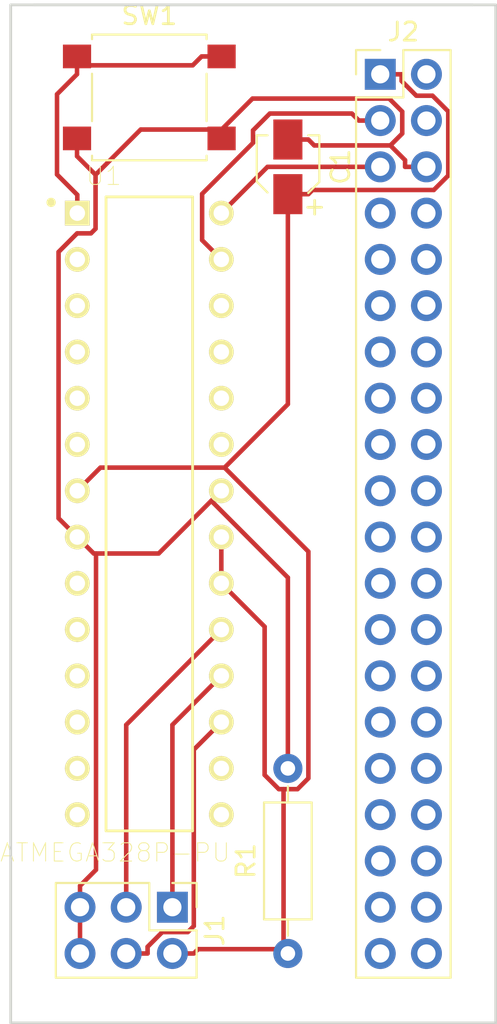
<source format=kicad_pcb>
(kicad_pcb (version 4) (host pcbnew 4.0.7)

  (general
    (links 21)
    (no_connects 0)
    (area 96.974127 80.885 124.151429 136.755)
    (thickness 1.6)
    (drawings 6)
    (tracks 91)
    (zones 0)
    (modules 6)
    (nets 62)
  )

  (page A4)
  (layers
    (0 F.Cu signal)
    (31 B.Cu signal)
    (32 B.Adhes user)
    (33 F.Adhes user)
    (34 B.Paste user)
    (35 F.Paste user)
    (36 B.SilkS user)
    (37 F.SilkS user)
    (38 B.Mask user)
    (39 F.Mask user)
    (40 Dwgs.User user)
    (41 Cmts.User user)
    (42 Eco1.User user)
    (43 Eco2.User user)
    (44 Edge.Cuts user)
    (45 Margin user)
    (46 B.CrtYd user)
    (47 F.CrtYd user)
    (48 B.Fab user)
    (49 F.Fab user)
  )

  (setup
    (last_trace_width 0.25)
    (trace_clearance 0.2)
    (zone_clearance 0.508)
    (zone_45_only no)
    (trace_min 0.2)
    (segment_width 0.2)
    (edge_width 0.15)
    (via_size 0.6)
    (via_drill 0.4)
    (via_min_size 0.4)
    (via_min_drill 0.3)
    (uvia_size 0.3)
    (uvia_drill 0.1)
    (uvias_allowed no)
    (uvia_min_size 0.2)
    (uvia_min_drill 0.1)
    (pcb_text_width 0.3)
    (pcb_text_size 1.5 1.5)
    (mod_edge_width 0.15)
    (mod_text_size 1 1)
    (mod_text_width 0.15)
    (pad_size 1.524 1.524)
    (pad_drill 0.762)
    (pad_to_mask_clearance 0.2)
    (aux_axis_origin 0 0)
    (visible_elements 7FFFFFFF)
    (pcbplotparams
      (layerselection 0x00030_80000001)
      (usegerberextensions false)
      (excludeedgelayer true)
      (linewidth 0.100000)
      (plotframeref false)
      (viasonmask false)
      (mode 1)
      (useauxorigin false)
      (hpglpennumber 1)
      (hpglpenspeed 20)
      (hpglpendiameter 15)
      (hpglpenoverlay 2)
      (psnegative false)
      (psa4output false)
      (plotreference true)
      (plotvalue true)
      (plotinvisibletext false)
      (padsonsilk false)
      (subtractmaskfromsilk false)
      (outputformat 1)
      (mirror false)
      (drillshape 1)
      (scaleselection 1)
      (outputdirectory ""))
  )

  (net 0 "")
  (net 1 GNDD)
  (net 2 +3V3)
  (net 3 "Net-(J1-Pad1)")
  (net 4 "Net-(J1-Pad3)")
  (net 5 "Net-(J1-Pad4)")
  (net 6 "Net-(SW1-Pad1)")
  (net 7 "Net-(U1-Pad2)")
  (net 8 "Net-(U1-Pad3)")
  (net 9 "Net-(U1-Pad4)")
  (net 10 "Net-(U1-Pad6)")
  (net 11 "Net-(U1-Pad5)")
  (net 12 "Net-(U1-Pad9)")
  (net 13 "Net-(U1-Pad10)")
  (net 14 "Net-(U1-Pad11)")
  (net 15 "Net-(U1-Pad12)")
  (net 16 "Net-(U1-Pad13)")
  (net 17 "Net-(U1-Pad14)")
  (net 18 "Net-(U1-Pad15)")
  (net 19 "Net-(U1-Pad16)")
  (net 20 "Net-(U1-Pad23)")
  (net 21 "Net-(U1-Pad24)")
  (net 22 "Net-(U1-Pad25)")
  (net 23 "Net-(U1-Pad26)")
  (net 24 "Net-(J2-Pad2)")
  (net 25 "Net-(J2-Pad3)")
  (net 26 "Net-(J2-Pad4)")
  (net 27 "Net-(J2-Pad5)")
  (net 28 "Net-(J2-Pad7)")
  (net 29 "Net-(J2-Pad8)")
  (net 30 "Net-(J2-Pad9)")
  (net 31 "Net-(J2-Pad10)")
  (net 32 "Net-(J2-Pad11)")
  (net 33 "Net-(J2-Pad12)")
  (net 34 "Net-(J2-Pad13)")
  (net 35 "Net-(J2-Pad14)")
  (net 36 "Net-(J2-Pad15)")
  (net 37 "Net-(J2-Pad16)")
  (net 38 "Net-(J2-Pad17)")
  (net 39 "Net-(J2-Pad18)")
  (net 40 "Net-(J2-Pad19)")
  (net 41 "Net-(J2-Pad20)")
  (net 42 "Net-(J2-Pad21)")
  (net 43 "Net-(J2-Pad22)")
  (net 44 "Net-(J2-Pad23)")
  (net 45 "Net-(J2-Pad24)")
  (net 46 "Net-(J2-Pad25)")
  (net 47 "Net-(J2-Pad26)")
  (net 48 "Net-(J2-Pad27)")
  (net 49 "Net-(J2-Pad28)")
  (net 50 "Net-(J2-Pad29)")
  (net 51 "Net-(J2-Pad30)")
  (net 52 "Net-(J2-Pad31)")
  (net 53 "Net-(J2-Pad32)")
  (net 54 "Net-(J2-Pad33)")
  (net 55 "Net-(J2-Pad34)")
  (net 56 "Net-(J2-Pad35)")
  (net 57 "Net-(J2-Pad36)")
  (net 58 "Net-(J2-Pad37)")
  (net 59 "Net-(J2-Pad38)")
  (net 60 "Net-(J2-Pad39)")
  (net 61 "Net-(J2-Pad40)")

  (net_class Default "This is the default net class."
    (clearance 0.2)
    (trace_width 0.25)
    (via_dia 0.6)
    (via_drill 0.4)
    (uvia_dia 0.3)
    (uvia_drill 0.1)
    (add_net +3V3)
    (add_net GNDD)
    (add_net "Net-(J1-Pad1)")
    (add_net "Net-(J1-Pad3)")
    (add_net "Net-(J1-Pad4)")
    (add_net "Net-(J2-Pad10)")
    (add_net "Net-(J2-Pad11)")
    (add_net "Net-(J2-Pad12)")
    (add_net "Net-(J2-Pad13)")
    (add_net "Net-(J2-Pad14)")
    (add_net "Net-(J2-Pad15)")
    (add_net "Net-(J2-Pad16)")
    (add_net "Net-(J2-Pad17)")
    (add_net "Net-(J2-Pad18)")
    (add_net "Net-(J2-Pad19)")
    (add_net "Net-(J2-Pad2)")
    (add_net "Net-(J2-Pad20)")
    (add_net "Net-(J2-Pad21)")
    (add_net "Net-(J2-Pad22)")
    (add_net "Net-(J2-Pad23)")
    (add_net "Net-(J2-Pad24)")
    (add_net "Net-(J2-Pad25)")
    (add_net "Net-(J2-Pad26)")
    (add_net "Net-(J2-Pad27)")
    (add_net "Net-(J2-Pad28)")
    (add_net "Net-(J2-Pad29)")
    (add_net "Net-(J2-Pad3)")
    (add_net "Net-(J2-Pad30)")
    (add_net "Net-(J2-Pad31)")
    (add_net "Net-(J2-Pad32)")
    (add_net "Net-(J2-Pad33)")
    (add_net "Net-(J2-Pad34)")
    (add_net "Net-(J2-Pad35)")
    (add_net "Net-(J2-Pad36)")
    (add_net "Net-(J2-Pad37)")
    (add_net "Net-(J2-Pad38)")
    (add_net "Net-(J2-Pad39)")
    (add_net "Net-(J2-Pad4)")
    (add_net "Net-(J2-Pad40)")
    (add_net "Net-(J2-Pad5)")
    (add_net "Net-(J2-Pad7)")
    (add_net "Net-(J2-Pad8)")
    (add_net "Net-(J2-Pad9)")
    (add_net "Net-(SW1-Pad1)")
    (add_net "Net-(U1-Pad10)")
    (add_net "Net-(U1-Pad11)")
    (add_net "Net-(U1-Pad12)")
    (add_net "Net-(U1-Pad13)")
    (add_net "Net-(U1-Pad14)")
    (add_net "Net-(U1-Pad15)")
    (add_net "Net-(U1-Pad16)")
    (add_net "Net-(U1-Pad2)")
    (add_net "Net-(U1-Pad23)")
    (add_net "Net-(U1-Pad24)")
    (add_net "Net-(U1-Pad25)")
    (add_net "Net-(U1-Pad26)")
    (add_net "Net-(U1-Pad3)")
    (add_net "Net-(U1-Pad4)")
    (add_net "Net-(U1-Pad5)")
    (add_net "Net-(U1-Pad6)")
    (add_net "Net-(U1-Pad9)")
  )

  (module Capacitors_SMD:CP_Elec_3x5.3 (layer F.Cu) (tedit 58AA85CF) (tstamp 5A97F2B0)
    (at 113.03 90.17 90)
    (descr "SMT capacitor, aluminium electrolytic, 3x5.3")
    (path /5A97F20D)
    (attr smd)
    (fp_text reference C1 (at 0 2.9 90) (layer F.SilkS)
      (effects (font (size 1 1) (thickness 0.15)))
    )
    (fp_text value 0.1u (at -0.03 -2.9 90) (layer F.Fab)
      (effects (font (size 1 1) (thickness 0.15)))
    )
    (fp_circle (center 0 0) (end 0.3 1.5) (layer F.Fab) (width 0.1))
    (fp_text user + (at -0.94 -0.08 90) (layer F.Fab)
      (effects (font (size 1 1) (thickness 0.15)))
    )
    (fp_text user + (at -2.22 1.4 90) (layer F.SilkS)
      (effects (font (size 1 1) (thickness 0.15)))
    )
    (fp_text user %R (at 0 2.9 90) (layer F.Fab)
      (effects (font (size 1 1) (thickness 0.15)))
    )
    (fp_line (start -1.56 -0.75) (end -1.56 0.77) (layer F.Fab) (width 0.1))
    (fp_line (start -0.75 -1.56) (end -1.56 -0.75) (layer F.Fab) (width 0.1))
    (fp_line (start -0.76 1.57) (end -1.56 0.77) (layer F.Fab) (width 0.1))
    (fp_line (start 1.57 1.57) (end 1.57 -1.56) (layer F.Fab) (width 0.1))
    (fp_line (start 1.56 1.57) (end -0.76 1.57) (layer F.Fab) (width 0.1))
    (fp_line (start 1.57 -1.56) (end -0.75 -1.56) (layer F.Fab) (width 0.1))
    (fp_line (start -0.83 1.73) (end -1.44 1.12) (layer F.SilkS) (width 0.12))
    (fp_line (start 1.73 1.73) (end 1.73 1.12) (layer F.SilkS) (width 0.12))
    (fp_line (start -0.81 -1.71) (end -1.41 -1.12) (layer F.SilkS) (width 0.12))
    (fp_line (start 1.73 -1.71) (end 1.73 -1.12) (layer F.SilkS) (width 0.12))
    (fp_line (start -0.83 1.73) (end 1.71 1.73) (layer F.SilkS) (width 0.12))
    (fp_line (start 1.73 -1.71) (end -0.81 -1.71) (layer F.SilkS) (width 0.12))
    (fp_line (start -2.85 -1.82) (end 2.85 -1.82) (layer F.CrtYd) (width 0.05))
    (fp_line (start -2.85 -1.82) (end -2.85 1.82) (layer F.CrtYd) (width 0.05))
    (fp_line (start 2.85 1.82) (end 2.85 -1.82) (layer F.CrtYd) (width 0.05))
    (fp_line (start 2.85 1.82) (end -2.85 1.82) (layer F.CrtYd) (width 0.05))
    (pad 2 smd rect (at 1.5 0 90) (size 2.2 1.6) (layers F.Cu F.Paste F.Mask)
      (net 1 GNDD))
    (pad 1 smd rect (at -1.5 0 90) (size 2.2 1.6) (layers F.Cu F.Paste F.Mask)
      (net 2 +3V3))
    (model Capacitors_SMD.3dshapes/CP_Elec_3x5.3.wrl
      (at (xyz 0 0 0))
      (scale (xyz 1 1 1))
      (rotate (xyz 0 0 180))
    )
  )

  (module Pin_Headers:Pin_Header_Straight_2x03_Pitch2.54mm (layer F.Cu) (tedit 59650532) (tstamp 5A97F2BA)
    (at 106.68 130.81 270)
    (descr "Through hole straight pin header, 2x03, 2.54mm pitch, double rows")
    (tags "Through hole pin header THT 2x03 2.54mm double row")
    (path /5A97EBC4)
    (fp_text reference J1 (at 1.27 -2.33 270) (layer F.SilkS)
      (effects (font (size 1 1) (thickness 0.15)))
    )
    (fp_text value "ISP header" (at 1.27 7.41 270) (layer F.Fab)
      (effects (font (size 1 1) (thickness 0.15)))
    )
    (fp_line (start 0 -1.27) (end 3.81 -1.27) (layer F.Fab) (width 0.1))
    (fp_line (start 3.81 -1.27) (end 3.81 6.35) (layer F.Fab) (width 0.1))
    (fp_line (start 3.81 6.35) (end -1.27 6.35) (layer F.Fab) (width 0.1))
    (fp_line (start -1.27 6.35) (end -1.27 0) (layer F.Fab) (width 0.1))
    (fp_line (start -1.27 0) (end 0 -1.27) (layer F.Fab) (width 0.1))
    (fp_line (start -1.33 6.41) (end 3.87 6.41) (layer F.SilkS) (width 0.12))
    (fp_line (start -1.33 1.27) (end -1.33 6.41) (layer F.SilkS) (width 0.12))
    (fp_line (start 3.87 -1.33) (end 3.87 6.41) (layer F.SilkS) (width 0.12))
    (fp_line (start -1.33 1.27) (end 1.27 1.27) (layer F.SilkS) (width 0.12))
    (fp_line (start 1.27 1.27) (end 1.27 -1.33) (layer F.SilkS) (width 0.12))
    (fp_line (start 1.27 -1.33) (end 3.87 -1.33) (layer F.SilkS) (width 0.12))
    (fp_line (start -1.33 0) (end -1.33 -1.33) (layer F.SilkS) (width 0.12))
    (fp_line (start -1.33 -1.33) (end 0 -1.33) (layer F.SilkS) (width 0.12))
    (fp_line (start -1.8 -1.8) (end -1.8 6.85) (layer F.CrtYd) (width 0.05))
    (fp_line (start -1.8 6.85) (end 4.35 6.85) (layer F.CrtYd) (width 0.05))
    (fp_line (start 4.35 6.85) (end 4.35 -1.8) (layer F.CrtYd) (width 0.05))
    (fp_line (start 4.35 -1.8) (end -1.8 -1.8) (layer F.CrtYd) (width 0.05))
    (fp_text user %R (at 1.27 2.54 360) (layer F.Fab)
      (effects (font (size 1 1) (thickness 0.15)))
    )
    (pad 1 thru_hole rect (at 0 0 270) (size 1.7 1.7) (drill 1) (layers *.Cu *.Mask)
      (net 3 "Net-(J1-Pad1)"))
    (pad 2 thru_hole oval (at 2.54 0 270) (size 1.7 1.7) (drill 1) (layers *.Cu *.Mask)
      (net 2 +3V3))
    (pad 3 thru_hole oval (at 0 2.54 270) (size 1.7 1.7) (drill 1) (layers *.Cu *.Mask)
      (net 4 "Net-(J1-Pad3)"))
    (pad 4 thru_hole oval (at 2.54 2.54 270) (size 1.7 1.7) (drill 1) (layers *.Cu *.Mask)
      (net 5 "Net-(J1-Pad4)"))
    (pad 5 thru_hole oval (at 0 5.08 270) (size 1.7 1.7) (drill 1) (layers *.Cu *.Mask)
      (net 1 GNDD))
    (pad 6 thru_hole oval (at 2.54 5.08 270) (size 1.7 1.7) (drill 1) (layers *.Cu *.Mask)
      (net 1 GNDD))
    (model ${KISYS3DMOD}/Pin_Headers.3dshapes/Pin_Header_Straight_2x03_Pitch2.54mm.wrl
      (at (xyz 0 0 0))
      (scale (xyz 1 1 1))
      (rotate (xyz 0 0 0))
    )
  )

  (module Resistors_THT:R_Axial_DIN0207_L6.3mm_D2.5mm_P10.16mm_Horizontal (layer F.Cu) (tedit 5874F706) (tstamp 5A97F2C0)
    (at 113.03 133.35 90)
    (descr "Resistor, Axial_DIN0207 series, Axial, Horizontal, pin pitch=10.16mm, 0.25W = 1/4W, length*diameter=6.3*2.5mm^2, http://cdn-reichelt.de/documents/datenblatt/B400/1_4W%23YAG.pdf")
    (tags "Resistor Axial_DIN0207 series Axial Horizontal pin pitch 10.16mm 0.25W = 1/4W length 6.3mm diameter 2.5mm")
    (path /5A97E166)
    (fp_text reference R1 (at 5.08 -2.31 90) (layer F.SilkS)
      (effects (font (size 1 1) (thickness 0.15)))
    )
    (fp_text value 10k (at 5.08 2.31 90) (layer F.Fab)
      (effects (font (size 1 1) (thickness 0.15)))
    )
    (fp_line (start 1.93 -1.25) (end 1.93 1.25) (layer F.Fab) (width 0.1))
    (fp_line (start 1.93 1.25) (end 8.23 1.25) (layer F.Fab) (width 0.1))
    (fp_line (start 8.23 1.25) (end 8.23 -1.25) (layer F.Fab) (width 0.1))
    (fp_line (start 8.23 -1.25) (end 1.93 -1.25) (layer F.Fab) (width 0.1))
    (fp_line (start 0 0) (end 1.93 0) (layer F.Fab) (width 0.1))
    (fp_line (start 10.16 0) (end 8.23 0) (layer F.Fab) (width 0.1))
    (fp_line (start 1.87 -1.31) (end 1.87 1.31) (layer F.SilkS) (width 0.12))
    (fp_line (start 1.87 1.31) (end 8.29 1.31) (layer F.SilkS) (width 0.12))
    (fp_line (start 8.29 1.31) (end 8.29 -1.31) (layer F.SilkS) (width 0.12))
    (fp_line (start 8.29 -1.31) (end 1.87 -1.31) (layer F.SilkS) (width 0.12))
    (fp_line (start 0.98 0) (end 1.87 0) (layer F.SilkS) (width 0.12))
    (fp_line (start 9.18 0) (end 8.29 0) (layer F.SilkS) (width 0.12))
    (fp_line (start -1.05 -1.6) (end -1.05 1.6) (layer F.CrtYd) (width 0.05))
    (fp_line (start -1.05 1.6) (end 11.25 1.6) (layer F.CrtYd) (width 0.05))
    (fp_line (start 11.25 1.6) (end 11.25 -1.6) (layer F.CrtYd) (width 0.05))
    (fp_line (start 11.25 -1.6) (end -1.05 -1.6) (layer F.CrtYd) (width 0.05))
    (pad 1 thru_hole circle (at 0 0 90) (size 1.6 1.6) (drill 0.8) (layers *.Cu *.Mask)
      (net 2 +3V3))
    (pad 2 thru_hole oval (at 10.16 0 90) (size 1.6 1.6) (drill 0.8) (layers *.Cu *.Mask)
      (net 1 GNDD))
    (model ${KISYS3DMOD}/Resistors_THT.3dshapes/R_Axial_DIN0207_L6.3mm_D2.5mm_P10.16mm_Horizontal.wrl
      (at (xyz 0 0 0))
      (scale (xyz 0.393701 0.393701 0.393701))
      (rotate (xyz 0 0 0))
    )
  )

  (module Buttons_Switches_SMD:SW_SPST_B3S-1000 (layer F.Cu) (tedit 58724047) (tstamp 5A97F2C8)
    (at 105.41 86.36)
    (descr "Surface Mount Tactile Switch for High-Density Packaging")
    (tags "Tactile Switch")
    (path /5A97E0CF)
    (attr smd)
    (fp_text reference SW1 (at 0 -4.5) (layer F.SilkS)
      (effects (font (size 1 1) (thickness 0.15)))
    )
    (fp_text value SW_Push (at 0 4.5) (layer F.Fab)
      (effects (font (size 1 1) (thickness 0.15)))
    )
    (fp_text user %R (at 0 -4.5) (layer F.Fab)
      (effects (font (size 1 1) (thickness 0.15)))
    )
    (fp_line (start -5 3.7) (end 5 3.7) (layer F.CrtYd) (width 0.05))
    (fp_line (start 5 3.7) (end 5 -3.7) (layer F.CrtYd) (width 0.05))
    (fp_line (start 5 -3.7) (end -5 -3.7) (layer F.CrtYd) (width 0.05))
    (fp_line (start -5 -3.7) (end -5 3.7) (layer F.CrtYd) (width 0.05))
    (fp_line (start -3.15 -3.2) (end -3.15 -3.45) (layer F.SilkS) (width 0.12))
    (fp_line (start -3.15 -3.45) (end 3.15 -3.45) (layer F.SilkS) (width 0.12))
    (fp_line (start 3.15 -3.45) (end 3.15 -3.2) (layer F.SilkS) (width 0.12))
    (fp_line (start -3.15 1.3) (end -3.15 -1.3) (layer F.SilkS) (width 0.12))
    (fp_line (start 3.15 3.2) (end 3.15 3.45) (layer F.SilkS) (width 0.12))
    (fp_line (start 3.15 3.45) (end -3.15 3.45) (layer F.SilkS) (width 0.12))
    (fp_line (start -3.15 3.45) (end -3.15 3.2) (layer F.SilkS) (width 0.12))
    (fp_line (start 3.15 -1.3) (end 3.15 1.3) (layer F.SilkS) (width 0.12))
    (fp_circle (center 0 0) (end 1.65 0) (layer F.Fab) (width 0.1))
    (fp_line (start -3 -3.3) (end 3 -3.3) (layer F.Fab) (width 0.1))
    (fp_line (start 3 -3.3) (end 3 3.3) (layer F.Fab) (width 0.1))
    (fp_line (start 3 3.3) (end -3 3.3) (layer F.Fab) (width 0.1))
    (fp_line (start -3 3.3) (end -3 -3.3) (layer F.Fab) (width 0.1))
    (pad 1 smd rect (at -3.975 -2.25) (size 1.55 1.3) (layers F.Cu F.Paste F.Mask)
      (net 6 "Net-(SW1-Pad1)"))
    (pad 1 smd rect (at 3.975 -2.25) (size 1.55 1.3) (layers F.Cu F.Paste F.Mask)
      (net 6 "Net-(SW1-Pad1)"))
    (pad 2 smd rect (at -3.975 2.25) (size 1.55 1.3) (layers F.Cu F.Paste F.Mask)
      (net 1 GNDD))
    (pad 2 smd rect (at 3.975 2.25) (size 1.55 1.3) (layers F.Cu F.Paste F.Mask)
      (net 1 GNDD))
    (model ${KISYS3DMOD}/Buttons_Switches_SMD.3dshapes/SW_SPST_B3S-1000.wrl
      (at (xyz 0 0 0))
      (scale (xyz 1 1 1))
      (rotate (xyz 0 0 0))
    )
  )

  (module ATMEGA328P-PU:DIP794W46P254L2967H457Q28B (layer F.Cu) (tedit 0) (tstamp 5A97F2E8)
    (at 105.41 109.22)
    (path /5A97DCFD)
    (fp_text reference U1 (at -2.50309 -18.5445) (layer F.SilkS)
      (effects (font (size 1.00084 1.00084) (thickness 0.05)))
    )
    (fp_text value ATMEGA328P-PU (at -1.8805 18.5944) (layer F.SilkS)
      (effects (font (size 1.00348 1.00348) (thickness 0.05)))
    )
    (fp_line (start 2.38 17.4) (end 2.38 -17.4) (layer F.SilkS) (width 0.1524))
    (fp_line (start -2.38 -17.4) (end -2.38 17.4) (layer F.SilkS) (width 0.1524))
    (fp_line (start 2.38 17.4) (end -2.38 17.4) (layer F.SilkS) (width 0.1524))
    (fp_line (start 2.38 -17.4) (end -2.38 -17.4) (layer F.SilkS) (width 0.1524))
    (fp_circle (center -5.4 -17.1) (end -5.146 -17.1) (layer F.SilkS) (width 0))
    (fp_line (start -5 -17.75) (end 5 -17.75) (layer Dwgs.User) (width 0.05))
    (fp_line (start 5 -17.75) (end 5 17.75) (layer Dwgs.User) (width 0.05))
    (fp_line (start 5 17.75) (end -5 17.75) (layer Dwgs.User) (width 0.05))
    (fp_line (start -5 17.75) (end -5 -17.75) (layer Dwgs.User) (width 0.05))
    (pad 1 thru_hole rect (at -3.96 -16.51) (size 1.358 1.358) (drill 0.85) (layers *.Cu *.Mask F.SilkS)
      (net 6 "Net-(SW1-Pad1)"))
    (pad 2 thru_hole circle (at -3.96 -13.97) (size 1.358 1.358) (drill 0.85) (layers *.Cu *.Mask F.SilkS)
      (net 7 "Net-(U1-Pad2)"))
    (pad 7 thru_hole circle (at -3.96 -1.27) (size 1.358 1.358) (drill 0.85) (layers *.Cu *.Mask F.SilkS)
      (net 2 +3V3))
    (pad 8 thru_hole circle (at -3.96 1.27) (size 1.358 1.358) (drill 0.85) (layers *.Cu *.Mask F.SilkS)
      (net 1 GNDD))
    (pad 3 thru_hole circle (at -3.96 -11.43) (size 1.358 1.358) (drill 0.85) (layers *.Cu *.Mask F.SilkS)
      (net 8 "Net-(U1-Pad3)"))
    (pad 4 thru_hole circle (at -3.96 -8.89) (size 1.358 1.358) (drill 0.85) (layers *.Cu *.Mask F.SilkS)
      (net 9 "Net-(U1-Pad4)"))
    (pad 6 thru_hole circle (at -3.96 -3.81) (size 1.358 1.358) (drill 0.85) (layers *.Cu *.Mask F.SilkS)
      (net 10 "Net-(U1-Pad6)"))
    (pad 5 thru_hole circle (at -3.96 -6.35) (size 1.358 1.358) (drill 0.85) (layers *.Cu *.Mask F.SilkS)
      (net 11 "Net-(U1-Pad5)"))
    (pad 9 thru_hole circle (at -3.96 3.81) (size 1.358 1.358) (drill 0.85) (layers *.Cu *.Mask F.SilkS)
      (net 12 "Net-(U1-Pad9)"))
    (pad 10 thru_hole circle (at -3.96 6.35) (size 1.358 1.358) (drill 0.85) (layers *.Cu *.Mask F.SilkS)
      (net 13 "Net-(U1-Pad10)"))
    (pad 11 thru_hole circle (at -3.96 8.89) (size 1.358 1.358) (drill 0.85) (layers *.Cu *.Mask F.SilkS)
      (net 14 "Net-(U1-Pad11)"))
    (pad 12 thru_hole circle (at -3.96 11.43) (size 1.358 1.358) (drill 0.85) (layers *.Cu *.Mask F.SilkS)
      (net 15 "Net-(U1-Pad12)"))
    (pad 13 thru_hole circle (at -3.96 13.97) (size 1.358 1.358) (drill 0.85) (layers *.Cu *.Mask F.SilkS)
      (net 16 "Net-(U1-Pad13)"))
    (pad 14 thru_hole circle (at -3.96 16.51) (size 1.358 1.358) (drill 0.85) (layers *.Cu *.Mask F.SilkS)
      (net 17 "Net-(U1-Pad14)"))
    (pad 15 thru_hole circle (at 3.96 16.51) (size 1.358 1.358) (drill 0.85) (layers *.Cu *.Mask F.SilkS)
      (net 18 "Net-(U1-Pad15)"))
    (pad 16 thru_hole circle (at 3.96 13.97) (size 1.358 1.358) (drill 0.85) (layers *.Cu *.Mask F.SilkS)
      (net 19 "Net-(U1-Pad16)"))
    (pad 17 thru_hole circle (at 3.96 11.43) (size 1.358 1.358) (drill 0.85) (layers *.Cu *.Mask F.SilkS)
      (net 5 "Net-(J1-Pad4)"))
    (pad 18 thru_hole circle (at 3.96 8.89) (size 1.358 1.358) (drill 0.85) (layers *.Cu *.Mask F.SilkS)
      (net 3 "Net-(J1-Pad1)"))
    (pad 19 thru_hole circle (at 3.96 6.35) (size 1.358 1.358) (drill 0.85) (layers *.Cu *.Mask F.SilkS)
      (net 4 "Net-(J1-Pad3)"))
    (pad 20 thru_hole circle (at 3.96 3.81) (size 1.358 1.358) (drill 0.85) (layers *.Cu *.Mask F.SilkS)
      (net 2 +3V3))
    (pad 21 thru_hole circle (at 3.96 1.27) (size 1.358 1.358) (drill 0.85) (layers *.Cu *.Mask F.SilkS)
      (net 2 +3V3))
    (pad 22 thru_hole circle (at 3.96 -1.27) (size 1.358 1.358) (drill 0.85) (layers *.Cu *.Mask F.SilkS)
      (net 1 GNDD))
    (pad 23 thru_hole circle (at 3.96 -3.81) (size 1.358 1.358) (drill 0.85) (layers *.Cu *.Mask F.SilkS)
      (net 20 "Net-(U1-Pad23)"))
    (pad 24 thru_hole circle (at 3.96 -6.35) (size 1.358 1.358) (drill 0.85) (layers *.Cu *.Mask F.SilkS)
      (net 21 "Net-(U1-Pad24)"))
    (pad 25 thru_hole circle (at 3.96 -8.89) (size 1.358 1.358) (drill 0.85) (layers *.Cu *.Mask F.SilkS)
      (net 22 "Net-(U1-Pad25)"))
    (pad 26 thru_hole circle (at 3.96 -11.43) (size 1.358 1.358) (drill 0.85) (layers *.Cu *.Mask F.SilkS)
      (net 23 "Net-(U1-Pad26)"))
    (pad 27 thru_hole circle (at 3.96 -13.97) (size 1.358 1.358) (drill 0.85) (layers *.Cu *.Mask F.SilkS)
      (net 25 "Net-(J2-Pad3)"))
    (pad 28 thru_hole circle (at 3.96 -16.51) (size 1.358 1.358) (drill 0.85) (layers *.Cu *.Mask F.SilkS)
      (net 27 "Net-(J2-Pad5)"))
  )

  (module Pin_Headers:Pin_Header_Straight_2x20_Pitch2.54mm (layer F.Cu) (tedit 59650533) (tstamp 5A97F5E3)
    (at 118.11 85.09)
    (descr "Through hole straight pin header, 2x20, 2.54mm pitch, double rows")
    (tags "Through hole pin header THT 2x20 2.54mm double row")
    (path /5A97F783)
    (fp_text reference J2 (at 1.27 -2.33) (layer F.SilkS)
      (effects (font (size 1 1) (thickness 0.15)))
    )
    (fp_text value Raspiheader (at 1.27 50.59) (layer F.Fab)
      (effects (font (size 1 1) (thickness 0.15)))
    )
    (fp_line (start 0 -1.27) (end 3.81 -1.27) (layer F.Fab) (width 0.1))
    (fp_line (start 3.81 -1.27) (end 3.81 49.53) (layer F.Fab) (width 0.1))
    (fp_line (start 3.81 49.53) (end -1.27 49.53) (layer F.Fab) (width 0.1))
    (fp_line (start -1.27 49.53) (end -1.27 0) (layer F.Fab) (width 0.1))
    (fp_line (start -1.27 0) (end 0 -1.27) (layer F.Fab) (width 0.1))
    (fp_line (start -1.33 49.59) (end 3.87 49.59) (layer F.SilkS) (width 0.12))
    (fp_line (start -1.33 1.27) (end -1.33 49.59) (layer F.SilkS) (width 0.12))
    (fp_line (start 3.87 -1.33) (end 3.87 49.59) (layer F.SilkS) (width 0.12))
    (fp_line (start -1.33 1.27) (end 1.27 1.27) (layer F.SilkS) (width 0.12))
    (fp_line (start 1.27 1.27) (end 1.27 -1.33) (layer F.SilkS) (width 0.12))
    (fp_line (start 1.27 -1.33) (end 3.87 -1.33) (layer F.SilkS) (width 0.12))
    (fp_line (start -1.33 0) (end -1.33 -1.33) (layer F.SilkS) (width 0.12))
    (fp_line (start -1.33 -1.33) (end 0 -1.33) (layer F.SilkS) (width 0.12))
    (fp_line (start -1.8 -1.8) (end -1.8 50.05) (layer F.CrtYd) (width 0.05))
    (fp_line (start -1.8 50.05) (end 4.35 50.05) (layer F.CrtYd) (width 0.05))
    (fp_line (start 4.35 50.05) (end 4.35 -1.8) (layer F.CrtYd) (width 0.05))
    (fp_line (start 4.35 -1.8) (end -1.8 -1.8) (layer F.CrtYd) (width 0.05))
    (fp_text user %R (at 1.27 24.13 90) (layer F.Fab)
      (effects (font (size 1 1) (thickness 0.15)))
    )
    (pad 1 thru_hole rect (at 0 0) (size 1.7 1.7) (drill 1) (layers *.Cu *.Mask)
      (net 2 +3V3))
    (pad 2 thru_hole oval (at 2.54 0) (size 1.7 1.7) (drill 1) (layers *.Cu *.Mask)
      (net 24 "Net-(J2-Pad2)"))
    (pad 3 thru_hole oval (at 0 2.54) (size 1.7 1.7) (drill 1) (layers *.Cu *.Mask)
      (net 25 "Net-(J2-Pad3)"))
    (pad 4 thru_hole oval (at 2.54 2.54) (size 1.7 1.7) (drill 1) (layers *.Cu *.Mask)
      (net 26 "Net-(J2-Pad4)"))
    (pad 5 thru_hole oval (at 0 5.08) (size 1.7 1.7) (drill 1) (layers *.Cu *.Mask)
      (net 27 "Net-(J2-Pad5)"))
    (pad 6 thru_hole oval (at 2.54 5.08) (size 1.7 1.7) (drill 1) (layers *.Cu *.Mask)
      (net 1 GNDD))
    (pad 7 thru_hole oval (at 0 7.62) (size 1.7 1.7) (drill 1) (layers *.Cu *.Mask)
      (net 28 "Net-(J2-Pad7)"))
    (pad 8 thru_hole oval (at 2.54 7.62) (size 1.7 1.7) (drill 1) (layers *.Cu *.Mask)
      (net 29 "Net-(J2-Pad8)"))
    (pad 9 thru_hole oval (at 0 10.16) (size 1.7 1.7) (drill 1) (layers *.Cu *.Mask)
      (net 30 "Net-(J2-Pad9)"))
    (pad 10 thru_hole oval (at 2.54 10.16) (size 1.7 1.7) (drill 1) (layers *.Cu *.Mask)
      (net 31 "Net-(J2-Pad10)"))
    (pad 11 thru_hole oval (at 0 12.7) (size 1.7 1.7) (drill 1) (layers *.Cu *.Mask)
      (net 32 "Net-(J2-Pad11)"))
    (pad 12 thru_hole oval (at 2.54 12.7) (size 1.7 1.7) (drill 1) (layers *.Cu *.Mask)
      (net 33 "Net-(J2-Pad12)"))
    (pad 13 thru_hole oval (at 0 15.24) (size 1.7 1.7) (drill 1) (layers *.Cu *.Mask)
      (net 34 "Net-(J2-Pad13)"))
    (pad 14 thru_hole oval (at 2.54 15.24) (size 1.7 1.7) (drill 1) (layers *.Cu *.Mask)
      (net 35 "Net-(J2-Pad14)"))
    (pad 15 thru_hole oval (at 0 17.78) (size 1.7 1.7) (drill 1) (layers *.Cu *.Mask)
      (net 36 "Net-(J2-Pad15)"))
    (pad 16 thru_hole oval (at 2.54 17.78) (size 1.7 1.7) (drill 1) (layers *.Cu *.Mask)
      (net 37 "Net-(J2-Pad16)"))
    (pad 17 thru_hole oval (at 0 20.32) (size 1.7 1.7) (drill 1) (layers *.Cu *.Mask)
      (net 38 "Net-(J2-Pad17)"))
    (pad 18 thru_hole oval (at 2.54 20.32) (size 1.7 1.7) (drill 1) (layers *.Cu *.Mask)
      (net 39 "Net-(J2-Pad18)"))
    (pad 19 thru_hole oval (at 0 22.86) (size 1.7 1.7) (drill 1) (layers *.Cu *.Mask)
      (net 40 "Net-(J2-Pad19)"))
    (pad 20 thru_hole oval (at 2.54 22.86) (size 1.7 1.7) (drill 1) (layers *.Cu *.Mask)
      (net 41 "Net-(J2-Pad20)"))
    (pad 21 thru_hole oval (at 0 25.4) (size 1.7 1.7) (drill 1) (layers *.Cu *.Mask)
      (net 42 "Net-(J2-Pad21)"))
    (pad 22 thru_hole oval (at 2.54 25.4) (size 1.7 1.7) (drill 1) (layers *.Cu *.Mask)
      (net 43 "Net-(J2-Pad22)"))
    (pad 23 thru_hole oval (at 0 27.94) (size 1.7 1.7) (drill 1) (layers *.Cu *.Mask)
      (net 44 "Net-(J2-Pad23)"))
    (pad 24 thru_hole oval (at 2.54 27.94) (size 1.7 1.7) (drill 1) (layers *.Cu *.Mask)
      (net 45 "Net-(J2-Pad24)"))
    (pad 25 thru_hole oval (at 0 30.48) (size 1.7 1.7) (drill 1) (layers *.Cu *.Mask)
      (net 46 "Net-(J2-Pad25)"))
    (pad 26 thru_hole oval (at 2.54 30.48) (size 1.7 1.7) (drill 1) (layers *.Cu *.Mask)
      (net 47 "Net-(J2-Pad26)"))
    (pad 27 thru_hole oval (at 0 33.02) (size 1.7 1.7) (drill 1) (layers *.Cu *.Mask)
      (net 48 "Net-(J2-Pad27)"))
    (pad 28 thru_hole oval (at 2.54 33.02) (size 1.7 1.7) (drill 1) (layers *.Cu *.Mask)
      (net 49 "Net-(J2-Pad28)"))
    (pad 29 thru_hole oval (at 0 35.56) (size 1.7 1.7) (drill 1) (layers *.Cu *.Mask)
      (net 50 "Net-(J2-Pad29)"))
    (pad 30 thru_hole oval (at 2.54 35.56) (size 1.7 1.7) (drill 1) (layers *.Cu *.Mask)
      (net 51 "Net-(J2-Pad30)"))
    (pad 31 thru_hole oval (at 0 38.1) (size 1.7 1.7) (drill 1) (layers *.Cu *.Mask)
      (net 52 "Net-(J2-Pad31)"))
    (pad 32 thru_hole oval (at 2.54 38.1) (size 1.7 1.7) (drill 1) (layers *.Cu *.Mask)
      (net 53 "Net-(J2-Pad32)"))
    (pad 33 thru_hole oval (at 0 40.64) (size 1.7 1.7) (drill 1) (layers *.Cu *.Mask)
      (net 54 "Net-(J2-Pad33)"))
    (pad 34 thru_hole oval (at 2.54 40.64) (size 1.7 1.7) (drill 1) (layers *.Cu *.Mask)
      (net 55 "Net-(J2-Pad34)"))
    (pad 35 thru_hole oval (at 0 43.18) (size 1.7 1.7) (drill 1) (layers *.Cu *.Mask)
      (net 56 "Net-(J2-Pad35)"))
    (pad 36 thru_hole oval (at 2.54 43.18) (size 1.7 1.7) (drill 1) (layers *.Cu *.Mask)
      (net 57 "Net-(J2-Pad36)"))
    (pad 37 thru_hole oval (at 0 45.72) (size 1.7 1.7) (drill 1) (layers *.Cu *.Mask)
      (net 58 "Net-(J2-Pad37)"))
    (pad 38 thru_hole oval (at 2.54 45.72) (size 1.7 1.7) (drill 1) (layers *.Cu *.Mask)
      (net 59 "Net-(J2-Pad38)"))
    (pad 39 thru_hole oval (at 0 48.26) (size 1.7 1.7) (drill 1) (layers *.Cu *.Mask)
      (net 60 "Net-(J2-Pad39)"))
    (pad 40 thru_hole oval (at 2.54 48.26) (size 1.7 1.7) (drill 1) (layers *.Cu *.Mask)
      (net 61 "Net-(J2-Pad40)"))
    (model ${KISYS3DMOD}/Pin_Headers.3dshapes/Pin_Header_Straight_2x20_Pitch2.54mm.wrl
      (at (xyz 0 0 0))
      (scale (xyz 1 1 1))
      (rotate (xyz 0 0 0))
    )
  )

  (gr_line (start 97.79 81.28) (end 123.19 81.28) (angle 90) (layer Edge.Cuts) (width 0.15))
  (gr_line (start 97.79 137.16) (end 97.79 81.28) (angle 90) (layer Edge.Cuts) (width 0.15))
  (gr_line (start 124.46 137.16) (end 97.79 137.16) (angle 90) (layer Edge.Cuts) (width 0.15))
  (gr_line (start 124.46 81.28) (end 124.46 137.16) (angle 90) (layer Edge.Cuts) (width 0.15))
  (gr_line (start 123.19 81.28) (end 124.46 81.28) (angle 90) (layer Edge.Cuts) (width 0.15))
  (gr_line (start 99.06 81.28) (end 123.19 81.28) (angle 90) (layer Edge.Cuts) (width 0.15))

  (segment (start 101.6 130.81) (end 101.6 129.6347) (width 0.25) (layer F.Cu) (net 1))
  (segment (start 101.6 133.35) (end 101.6 130.81) (width 0.25) (layer F.Cu) (net 1))
  (segment (start 102.4795 128.7552) (end 101.6 129.6347) (width 0.25) (layer F.Cu) (net 1))
  (segment (start 102.4795 111.3943) (end 102.4795 128.7552) (width 0.25) (layer F.Cu) (net 1))
  (segment (start 102.3543 111.3943) (end 102.4795 111.3943) (width 0.25) (layer F.Cu) (net 1))
  (segment (start 101.45 110.49) (end 102.3543 111.3943) (width 0.25) (layer F.Cu) (net 1))
  (segment (start 101.435 88.61) (end 101.435 89.5853) (width 0.25) (layer F.Cu) (net 1))
  (segment (start 109.385 88.61) (end 109.385 88.1223) (width 0.25) (layer F.Cu) (net 1))
  (segment (start 102.4544 93.5674) (end 102.4544 90.6047) (width 0.25) (layer F.Cu) (net 1))
  (segment (start 102.2011 93.8207) (end 102.4544 93.5674) (width 0.25) (layer F.Cu) (net 1))
  (segment (start 101.4412 93.8207) (end 102.2011 93.8207) (width 0.25) (layer F.Cu) (net 1))
  (segment (start 100.42 94.8419) (end 101.4412 93.8207) (width 0.25) (layer F.Cu) (net 1))
  (segment (start 100.42 109.46) (end 100.42 94.8419) (width 0.25) (layer F.Cu) (net 1))
  (segment (start 101.45 110.49) (end 100.42 109.46) (width 0.25) (layer F.Cu) (net 1))
  (segment (start 102.4544 90.6047) (end 101.435 89.5853) (width 0.25) (layer F.Cu) (net 1))
  (segment (start 120.65 90.17) (end 119.4747 90.17) (width 0.25) (layer F.Cu) (net 1))
  (segment (start 113.03 88.67) (end 114.1553 88.67) (width 0.25) (layer F.Cu) (net 1))
  (segment (start 104.9368 88.1223) (end 109.385 88.1223) (width 0.25) (layer F.Cu) (net 1))
  (segment (start 102.4544 90.6047) (end 104.9368 88.1223) (width 0.25) (layer F.Cu) (net 1))
  (segment (start 119.3192 88.3423) (end 118.6668 88.9947) (width 0.25) (layer F.Cu) (net 1))
  (segment (start 119.3192 87.1389) (end 119.3192 88.3423) (width 0.25) (layer F.Cu) (net 1))
  (segment (start 118.6031 86.4228) (end 119.3192 87.1389) (width 0.25) (layer F.Cu) (net 1))
  (segment (start 111.0845 86.4228) (end 118.6031 86.4228) (width 0.25) (layer F.Cu) (net 1))
  (segment (start 109.385 88.1223) (end 111.0845 86.4228) (width 0.25) (layer F.Cu) (net 1))
  (segment (start 119.4747 89.8026) (end 118.6668 88.9947) (width 0.25) (layer F.Cu) (net 1))
  (segment (start 119.4747 90.17) (end 119.4747 89.8026) (width 0.25) (layer F.Cu) (net 1))
  (segment (start 114.48 88.9947) (end 114.1553 88.67) (width 0.25) (layer F.Cu) (net 1))
  (segment (start 118.6668 88.9947) (end 114.48 88.9947) (width 0.25) (layer F.Cu) (net 1))
  (segment (start 113.03 112.7146) (end 113.03 123.19) (width 0.25) (layer F.Cu) (net 1))
  (segment (start 108.8177 108.5023) (end 113.03 112.7146) (width 0.25) (layer F.Cu) (net 1))
  (segment (start 105.9257 111.3943) (end 108.8177 108.5023) (width 0.25) (layer F.Cu) (net 1))
  (segment (start 102.4795 111.3943) (end 105.9257 111.3943) (width 0.25) (layer F.Cu) (net 1))
  (segment (start 108.8177 108.5023) (end 109.37 107.95) (width 0.25) (layer F.Cu) (net 1))
  (segment (start 106.68 133.35) (end 107.8553 133.35) (width 0.25) (layer F.Cu) (net 2))
  (segment (start 114.3853 91.44) (end 114.1553 91.67) (width 0.25) (layer F.Cu) (net 2))
  (segment (start 121.0557 91.44) (end 114.3853 91.44) (width 0.25) (layer F.Cu) (net 2))
  (segment (start 121.8493 90.6464) (end 121.0557 91.44) (width 0.25) (layer F.Cu) (net 2))
  (segment (start 121.8493 87.1294) (end 121.8493 90.6464) (width 0.25) (layer F.Cu) (net 2))
  (segment (start 120.9852 86.2653) (end 121.8493 87.1294) (width 0.25) (layer F.Cu) (net 2))
  (segment (start 120.0932 86.2653) (end 120.9852 86.2653) (width 0.25) (layer F.Cu) (net 2))
  (segment (start 119.2853 85.4574) (end 120.0932 86.2653) (width 0.25) (layer F.Cu) (net 2))
  (segment (start 119.2853 85.09) (end 119.2853 85.4574) (width 0.25) (layer F.Cu) (net 2))
  (segment (start 118.11 85.09) (end 119.2853 85.09) (width 0.25) (layer F.Cu) (net 2))
  (segment (start 113.03 91.67) (end 114.1553 91.67) (width 0.25) (layer F.Cu) (net 2))
  (segment (start 113.03 103.1986) (end 109.5486 106.68) (width 0.25) (layer F.Cu) (net 2))
  (segment (start 113.03 91.67) (end 113.03 103.1986) (width 0.25) (layer F.Cu) (net 2))
  (segment (start 102.72 106.68) (end 101.45 107.95) (width 0.25) (layer F.Cu) (net 2))
  (segment (start 109.5486 106.68) (end 102.72 106.68) (width 0.25) (layer F.Cu) (net 2))
  (segment (start 108.0928 133.1125) (end 112.7925 133.1125) (width 0.25) (layer F.Cu) (net 2))
  (segment (start 107.8553 133.35) (end 108.0928 133.1125) (width 0.25) (layer F.Cu) (net 2))
  (segment (start 112.7925 133.1125) (end 113.03 133.35) (width 0.25) (layer F.Cu) (net 2))
  (segment (start 109.37 113.03) (end 109.37 110.49) (width 0.25) (layer F.Cu) (net 2))
  (segment (start 112.7925 124.3296) (end 112.7925 133.1125) (width 0.25) (layer F.Cu) (net 2))
  (segment (start 112.5323 124.3296) (end 112.7925 124.3296) (width 0.25) (layer F.Cu) (net 2))
  (segment (start 111.7522 123.5495) (end 112.5323 124.3296) (width 0.25) (layer F.Cu) (net 2))
  (segment (start 111.7522 115.4122) (end 111.7522 123.5495) (width 0.25) (layer F.Cu) (net 2))
  (segment (start 109.37 113.03) (end 111.7522 115.4122) (width 0.25) (layer F.Cu) (net 2))
  (segment (start 114.157 111.2884) (end 109.5486 106.68) (width 0.25) (layer F.Cu) (net 2))
  (segment (start 114.157 123.7327) (end 114.157 111.2884) (width 0.25) (layer F.Cu) (net 2))
  (segment (start 113.5601 124.3296) (end 114.157 123.7327) (width 0.25) (layer F.Cu) (net 2))
  (segment (start 112.7925 124.3296) (end 113.5601 124.3296) (width 0.25) (layer F.Cu) (net 2))
  (segment (start 106.68 120.8) (end 106.68 130.81) (width 0.25) (layer F.Cu) (net 3))
  (segment (start 109.37 118.11) (end 106.68 120.8) (width 0.25) (layer F.Cu) (net 3))
  (segment (start 104.14 120.8) (end 104.14 130.81) (width 0.25) (layer F.Cu) (net 4))
  (segment (start 109.37 115.57) (end 104.14 120.8) (width 0.25) (layer F.Cu) (net 4))
  (segment (start 105.3153 132.9826) (end 105.3153 133.35) (width 0.25) (layer F.Cu) (net 5))
  (segment (start 106.1232 132.1747) (end 105.3153 132.9826) (width 0.25) (layer F.Cu) (net 5))
  (segment (start 107.5275 132.1747) (end 106.1232 132.1747) (width 0.25) (layer F.Cu) (net 5))
  (segment (start 107.8566 131.8456) (end 107.5275 132.1747) (width 0.25) (layer F.Cu) (net 5))
  (segment (start 107.8566 122.1634) (end 107.8566 131.8456) (width 0.25) (layer F.Cu) (net 5))
  (segment (start 109.37 120.65) (end 107.8566 122.1634) (width 0.25) (layer F.Cu) (net 5))
  (segment (start 104.14 133.35) (end 105.3153 133.35) (width 0.25) (layer F.Cu) (net 5))
  (segment (start 100.3346 86.1857) (end 101.435 85.0853) (width 0.25) (layer F.Cu) (net 6))
  (segment (start 100.3346 90.5903) (end 100.3346 86.1857) (width 0.25) (layer F.Cu) (net 6))
  (segment (start 101.45 91.7057) (end 100.3346 90.5903) (width 0.25) (layer F.Cu) (net 6))
  (segment (start 101.45 92.71) (end 101.45 91.7057) (width 0.25) (layer F.Cu) (net 6))
  (segment (start 101.435 84.11) (end 101.435 84.5976) (width 0.25) (layer F.Cu) (net 6))
  (segment (start 101.435 84.5976) (end 101.435 85.0853) (width 0.25) (layer F.Cu) (net 6))
  (segment (start 107.7971 84.5976) (end 108.2847 84.11) (width 0.25) (layer F.Cu) (net 6))
  (segment (start 101.435 84.5976) (end 107.7971 84.5976) (width 0.25) (layer F.Cu) (net 6))
  (segment (start 109.385 84.11) (end 108.2847 84.11) (width 0.25) (layer F.Cu) (net 6))
  (segment (start 108.3143 94.1943) (end 109.37 95.25) (width 0.25) (layer F.Cu) (net 25))
  (segment (start 108.3143 91.6544) (end 108.3143 94.1943) (width 0.25) (layer F.Cu) (net 25))
  (segment (start 111.1123 88.8564) (end 108.3143 91.6544) (width 0.25) (layer F.Cu) (net 25))
  (segment (start 111.1123 88.1691) (end 111.1123 88.8564) (width 0.25) (layer F.Cu) (net 25))
  (segment (start 112.0368 87.2446) (end 111.1123 88.1691) (width 0.25) (layer F.Cu) (net 25))
  (segment (start 116.5493 87.2446) (end 112.0368 87.2446) (width 0.25) (layer F.Cu) (net 25))
  (segment (start 116.9347 87.63) (end 116.5493 87.2446) (width 0.25) (layer F.Cu) (net 25))
  (segment (start 118.11 87.63) (end 116.9347 87.63) (width 0.25) (layer F.Cu) (net 25))
  (segment (start 111.91 90.17) (end 109.37 92.71) (width 0.25) (layer F.Cu) (net 27))
  (segment (start 118.11 90.17) (end 111.91 90.17) (width 0.25) (layer F.Cu) (net 27))

)

</source>
